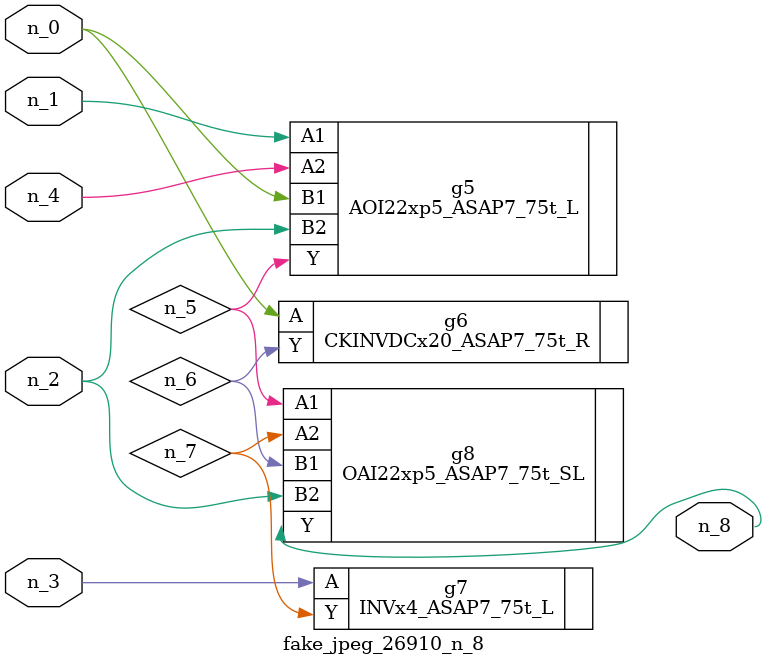
<source format=v>
module fake_jpeg_26910_n_8 (n_3, n_2, n_1, n_0, n_4, n_8);

input n_3;
input n_2;
input n_1;
input n_0;
input n_4;

output n_8;

wire n_6;
wire n_5;
wire n_7;

AOI22xp5_ASAP7_75t_L g5 ( 
.A1(n_1),
.A2(n_4),
.B1(n_0),
.B2(n_2),
.Y(n_5)
);

CKINVDCx20_ASAP7_75t_R g6 ( 
.A(n_0),
.Y(n_6)
);

INVx4_ASAP7_75t_L g7 ( 
.A(n_3),
.Y(n_7)
);

OAI22xp5_ASAP7_75t_SL g8 ( 
.A1(n_5),
.A2(n_7),
.B1(n_6),
.B2(n_2),
.Y(n_8)
);


endmodule
</source>
